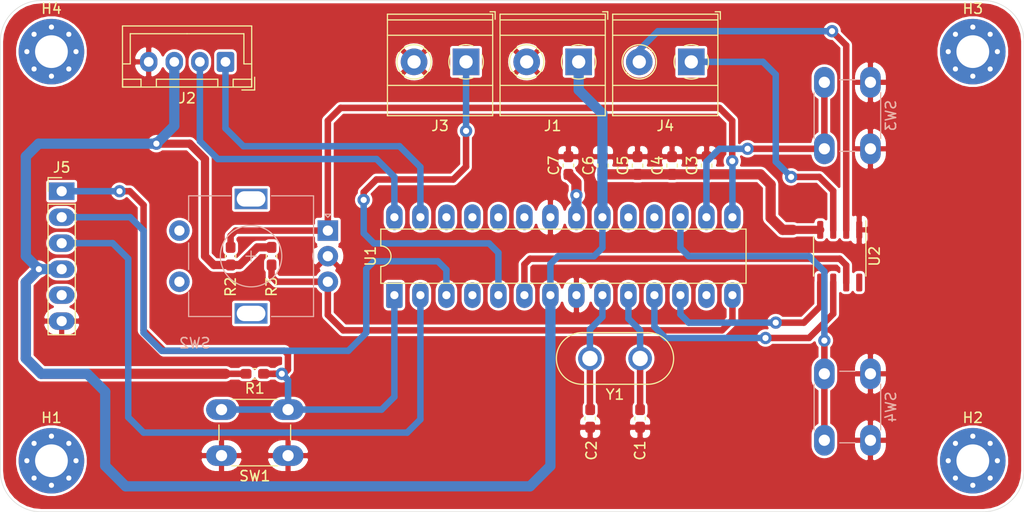
<source format=kicad_pcb>
(kicad_pcb (version 20171130) (host pcbnew "(5.1.10)-1")
  (layers (0 F.Cu signal) (31 B.Cu signal) (34 B.Paste user) (35 F.Paste user) (36 B.SilkS user) (37 F.SilkS user) (38 B.Mask user) (39 F.Mask user) (44 Edge.Cuts user))
  (net 0 "")
  (net 1 /PB7)
  (net 2 GND)
  (net 3 /PB6)
  (net 4 +5V)
  (net 5 /AREF)
  (net 6 /PC4)
  (net 7 /PC5)
  (net 8 /PD3)
  (net 9 /T+)
  (net 10 /T-)
  (net 11 /PC6)
  (net 12 /PD1)
  (net 13 /PD0)
  (net 14 "Net-(J5-Pad5)")
  (net 15 /PB1)
  (net 16 /PB0)
  (net 17 "Net-(SW2-PadS1)")
  (net 18 "Net-(SW2-PadS2)")
  (net 19 /PB2)
  (net 20 /PB3)
  (net 21 /PD2)
  (net 22 /PB4)
  (net 23 /PB5)
  (net 24 /PD4)
  (net 25 /PC0)
  (net 26 /PC1)
  (net 27 /PD5)
  (net 28 /PC2)
  (net 29 /PD6)
  (net 30 /PC3)
  (net 31 /PD7)
  (module Crystal:Crystal_HC50_Vertical (layer F.Cu) (at 162 101 180)
    (fp_text reference Y1 (at 2.45 -3.525) (layer F.SilkS))
    (fp_text value 16MHZ)
    (fp_line (start -0.75 2.525) (end 5.65 2.525) (layer F.SilkS) (width 0.12))
    (fp_line (start -0.75 -2.525) (end 5.65 -2.525) (layer F.SilkS) (width 0.12))
    (fp_arc (start -0.75 0) (end -0.75 -2.525) (angle -180) (layer F.SilkS) (width 0.12))
    (fp_arc (start 5.65 0) (end 5.65 -2.525) (angle 180) (layer F.SilkS) (width 0.12))
    (pad 1 thru_hole circle (at 0 0 180) (size 2.3 2.3) (drill 1.5) (layers *.Cu *.Mask) (net 1 /PB7))
    (pad 2 thru_hole circle (at 4.9 0 180) (size 2.3 2.3) (drill 1.5) (layers *.Cu *.Mask) (net 3 /PB6))
  )
  (module Button_Switch_THT:SW_PUSH_6mm (layer F.Cu) (at 127.6125 110.5 180)
    (fp_text reference SW1 (at 3.25 -2 180) (layer F.SilkS))
    (fp_text value RESET)
    (fp_line (start 6.75 3) (end 6.75 1.5) (layer F.SilkS) (width 0.12))
    (fp_line (start 5.5 -1) (end 1 -1) (layer F.SilkS) (width 0.12))
    (fp_line (start -0.25 1.5) (end -0.25 3) (layer F.SilkS) (width 0.12))
    (fp_line (start 1 5.5) (end 5.5 5.5) (layer F.SilkS) (width 0.12))
    (pad 2 thru_hole oval (at 0 4.5 270) (size 2 3) (drill 1.1) (layers *.Cu *.Mask) (net 11 /PC6))
    (pad 1 thru_hole oval (at 0 0 270) (size 2 3) (drill 1.1) (layers *.Cu *.Mask) (net 2 GND))
    (pad 2 thru_hole oval (at 6.5 4.5 270) (size 2 3) (drill 1.1) (layers *.Cu *.Mask) (net 11 /PC6))
    (pad 1 thru_hole oval (at 6.5 0 270) (size 2 3) (drill 1.1) (layers *.Cu *.Mask) (net 2 GND))
  )
  (module Button_Switch_THT:SW_PUSH_6mm (layer B.Cu) (at 184.5 109 90)
    (fp_text reference SW4 (at 3.25 2 90) (layer B.SilkS) (effects (justify mirror)))
    (fp_text value SW_Push)
    (fp_line (start 6.75 -3) (end 6.75 -1.5) (layer B.SilkS) (width 0.12))
    (fp_line (start 5.5 1) (end 1 1) (layer B.SilkS) (width 0.12))
    (fp_line (start -0.25 -1.5) (end -0.25 -3) (layer B.SilkS) (width 0.12))
    (fp_line (start 1 -5.5) (end 5.5 -5.5) (layer B.SilkS) (width 0.12))
    (pad 2 thru_hole oval (at 0 -4.5) (size 2 3) (drill 1.1) (layers *.Cu *.Mask) (net 20 /PB3))
    (pad 1 thru_hole oval (at 0 0) (size 2 3) (drill 1.1) (layers *.Cu *.Mask) (net 2 GND))
    (pad 2 thru_hole oval (at 6.5 -4.5) (size 2 3) (drill 1.1) (layers *.Cu *.Mask) (net 20 /PB3))
    (pad 1 thru_hole oval (at 6.5 0) (size 2 3) (drill 1.1) (layers *.Cu *.Mask) (net 2 GND))
  )
  (module Connector_PinHeader_2.54mm:PinHeader_1x06_P2.54mm_Vertical (layer F.Cu) (at 105.5 84.65)
    (fp_text reference J5 (at 0 -2.33) (layer F.SilkS))
    (fp_text value PROGRAMMER)
    (fp_line (start -1.33 -1.33) (end 0 -1.33) (layer F.SilkS) (width 0.12))
    (fp_line (start -1.33 0) (end -1.33 -1.33) (layer F.SilkS) (width 0.12))
    (fp_line (start -1.33 1.27) (end 1.33 1.27) (layer F.SilkS) (width 0.12))
    (fp_line (start 1.33 1.27) (end 1.33 14.03) (layer F.SilkS) (width 0.12))
    (fp_line (start -1.33 1.27) (end -1.33 14.03) (layer F.SilkS) (width 0.12))
    (fp_line (start -1.33 14.03) (end 1.33 14.03) (layer F.SilkS) (width 0.12))
    (pad 1 thru_hole rect (at 0 0) (size 2.5 1.7) (drill 1) (layers *.Cu *.Mask) (net 11 /PC6))
    (pad 2 thru_hole oval (at 0 2.54) (size 2.5 1.7) (drill 1) (layers *.Cu *.Mask) (net 12 /PD1))
    (pad 3 thru_hole oval (at 0 5.08) (size 2.5 1.7) (drill 1) (layers *.Cu *.Mask) (net 13 /PD0))
    (pad 4 thru_hole oval (at 0 7.62) (size 2.5 1.7) (drill 1) (layers *.Cu *.Mask) (net 4 +5V))
    (pad 5 thru_hole oval (at 0 10.16) (size 2.5 1.7) (drill 1) (layers *.Cu *.Mask) (net 14 "Net-(J5-Pad5)"))
    (pad 6 thru_hole oval (at 0 12.7) (size 2.5 1.7) (drill 1) (layers *.Cu *.Mask) (net 2 GND))
  )
  (module Button_Switch_THT:SW_PUSH_6mm (layer B.Cu) (at 184.5 80.5 90)
    (fp_text reference SW3 (at 3.25 2 90) (layer B.SilkS) (effects (justify mirror)))
    (fp_text value SW_Push)
    (fp_line (start 1 -5.5) (end 5.5 -5.5) (layer B.SilkS) (width 0.12))
    (fp_line (start -0.25 -1.5) (end -0.25 -3) (layer B.SilkS) (width 0.12))
    (fp_line (start 5.5 1) (end 1 1) (layer B.SilkS) (width 0.12))
    (fp_line (start 6.75 -3) (end 6.75 -1.5) (layer B.SilkS) (width 0.12))
    (pad 1 thru_hole oval (at 6.5 0) (size 2 3) (drill 1.1) (layers *.Cu *.Mask) (net 2 GND))
    (pad 2 thru_hole oval (at 6.5 -4.5) (size 2 3) (drill 1.1) (layers *.Cu *.Mask) (net 19 /PB2))
    (pad 1 thru_hole oval (at 0 0) (size 2 3) (drill 1.1) (layers *.Cu *.Mask) (net 2 GND))
    (pad 2 thru_hole oval (at 0 -4.5) (size 2 3) (drill 1.1) (layers *.Cu *.Mask) (net 19 /PB2))
  )
  (module Package_DIP:DIP-28_W7.62mm (layer F.Cu) (at 138 94.81 90)
    (fp_text reference U1 (at 3.81 -2.33 90) (layer F.SilkS))
    (fp_text value ATmega328-PU)
    (fp_line (start 6.46 -1.33) (end 4.81 -1.33) (layer F.SilkS) (width 0.12))
    (fp_line (start 6.46 34.35) (end 6.46 -1.33) (layer F.SilkS) (width 0.12))
    (fp_line (start 1.16 34.35) (end 6.46 34.35) (layer F.SilkS) (width 0.12))
    (fp_line (start 1.16 -1.33) (end 1.16 34.35) (layer F.SilkS) (width 0.12))
    (fp_line (start 2.81 -1.33) (end 1.16 -1.33) (layer F.SilkS) (width 0.12))
    (fp_arc (start 3.81 -1.33) (end 2.81 -1.33) (angle -180) (layer F.SilkS) (width 0.12))
    (pad 1 thru_hole roundrect (at 0 0 90) (size 2.5 1.6) (drill 0.8) (layers *.Cu *.Mask) (roundrect_rratio 0.125) (net 11 /PC6))
    (pad 15 thru_hole oval (at 7.62 33.02 90) (size 2.5 1.6) (drill 0.8) (layers *.Cu *.Mask) (net 15 /PB1))
    (pad 2 thru_hole oval (at 0 2.54 90) (size 2.5 1.6) (drill 0.8) (layers *.Cu *.Mask) (net 13 /PD0))
    (pad 16 thru_hole oval (at 7.62 30.48 90) (size 2.5 1.6) (drill 0.8) (layers *.Cu *.Mask) (net 19 /PB2))
    (pad 3 thru_hole oval (at 0 5.08 90) (size 2.5 1.6) (drill 0.8) (layers *.Cu *.Mask) (net 12 /PD1))
    (pad 17 thru_hole oval (at 7.62 27.94 90) (size 2.5 1.6) (drill 0.8) (layers *.Cu *.Mask) (net 20 /PB3))
    (pad 4 thru_hole oval (at 0 7.62 90) (size 2.5 1.6) (drill 0.8) (layers *.Cu *.Mask) (net 21 /PD2))
    (pad 18 thru_hole oval (at 7.62 25.4 90) (size 2.5 1.6) (drill 0.8) (layers *.Cu *.Mask) (net 22 /PB4))
    (pad 5 thru_hole oval (at 0 10.16 90) (size 2.5 1.6) (drill 0.8) (layers *.Cu *.Mask) (net 8 /PD3))
    (pad 19 thru_hole oval (at 7.62 22.86 90) (size 2.5 1.6) (drill 0.8) (layers *.Cu *.Mask) (net 23 /PB5))
    (pad 6 thru_hole oval (at 0 12.7 90) (size 2.5 1.6) (drill 0.8) (layers *.Cu *.Mask) (net 24 /PD4))
    (pad 20 thru_hole oval (at 7.62 20.32 90) (size 2.5 1.6) (drill 0.8) (layers *.Cu *.Mask) (net 4 +5V))
    (pad 7 thru_hole oval (at 0 15.24 90) (size 2.5 1.6) (drill 0.8) (layers *.Cu *.Mask) (net 4 +5V))
    (pad 21 thru_hole oval (at 7.62 17.78 90) (size 2.5 1.6) (drill 0.8) (layers *.Cu *.Mask) (net 5 /AREF))
    (pad 8 thru_hole oval (at 0 17.78 90) (size 2.5 1.6) (drill 0.8) (layers *.Cu *.Mask) (net 2 GND))
    (pad 22 thru_hole oval (at 7.62 15.24 90) (size 2.5 1.6) (drill 0.8) (layers *.Cu *.Mask) (net 2 GND))
    (pad 9 thru_hole oval (at 0 20.32 90) (size 2.5 1.6) (drill 0.8) (layers *.Cu *.Mask) (net 3 /PB6))
    (pad 23 thru_hole oval (at 7.62 12.7 90) (size 2.5 1.6) (drill 0.8) (layers *.Cu *.Mask) (net 25 /PC0))
    (pad 10 thru_hole oval (at 0 22.86 90) (size 2.5 1.6) (drill 0.8) (layers *.Cu *.Mask) (net 1 /PB7))
    (pad 24 thru_hole oval (at 7.62 10.16 90) (size 2.5 1.6) (drill 0.8) (layers *.Cu *.Mask) (net 26 /PC1))
    (pad 11 thru_hole oval (at 0 25.4 90) (size 2.5 1.6) (drill 0.8) (layers *.Cu *.Mask) (net 27 /PD5))
    (pad 25 thru_hole oval (at 7.62 7.62 90) (size 2.5 1.6) (drill 0.8) (layers *.Cu *.Mask) (net 28 /PC2))
    (pad 12 thru_hole oval (at 0 27.94 90) (size 2.5 1.6) (drill 0.8) (layers *.Cu *.Mask) (net 29 /PD6))
    (pad 26 thru_hole oval (at 7.62 5.08 90) (size 2.5 1.6) (drill 0.8) (layers *.Cu *.Mask) (net 30 /PC3))
    (pad 13 thru_hole oval (at 0 30.48 90) (size 2.5 1.6) (drill 0.8) (layers *.Cu *.Mask) (net 31 /PD7))
    (pad 27 thru_hole oval (at 7.62 2.54 90) (size 2.5 1.6) (drill 0.8) (layers *.Cu *.Mask) (net 6 /PC4))
    (pad 14 thru_hole oval (at 0 33.02 90) (size 2.5 1.6) (drill 0.8) (layers *.Cu *.Mask) (net 16 /PB0))
    (pad 28 thru_hole oval (at 7.62 0 90) (size 2.5 1.6) (drill 0.8) (layers *.Cu *.Mask) (net 7 /PC5))
  )
  (module Connector_JST:JST_XH_B4B-XH-A_1x04_P2.50mm_Vertical (layer F.Cu) (at 121.5 72 180)
    (fp_text reference J2 (at 3.75 -3.55) (layer F.SilkS))
    (fp_text value DISPLAY)
    (fp_line (start -2.85 -2.75) (end -2.85 -1.5) (layer F.SilkS) (width 0.12))
    (fp_line (start -1.6 -2.75) (end -2.85 -2.75) (layer F.SilkS) (width 0.12))
    (fp_line (start 9.3 2.75) (end 3.75 2.75) (layer F.SilkS) (width 0.12))
    (fp_line (start 9.3 -0.2) (end 9.3 2.75) (layer F.SilkS) (width 0.12))
    (fp_line (start 10.05 -0.2) (end 9.3 -0.2) (layer F.SilkS) (width 0.12))
    (fp_line (start -1.8 2.75) (end 3.75 2.75) (layer F.SilkS) (width 0.12))
    (fp_line (start -1.8 -0.2) (end -1.8 2.75) (layer F.SilkS) (width 0.12))
    (fp_line (start -2.55 -0.2) (end -1.8 -0.2) (layer F.SilkS) (width 0.12))
    (fp_line (start 10.05 -2.45) (end 8.25 -2.45) (layer F.SilkS) (width 0.12))
    (fp_line (start 10.05 -1.7) (end 10.05 -2.45) (layer F.SilkS) (width 0.12))
    (fp_line (start 8.25 -1.7) (end 10.05 -1.7) (layer F.SilkS) (width 0.12))
    (fp_line (start 8.25 -2.45) (end 8.25 -1.7) (layer F.SilkS) (width 0.12))
    (fp_line (start -0.75 -2.45) (end -2.55 -2.45) (layer F.SilkS) (width 0.12))
    (fp_line (start -0.75 -1.7) (end -0.75 -2.45) (layer F.SilkS) (width 0.12))
    (fp_line (start -2.55 -1.7) (end -0.75 -1.7) (layer F.SilkS) (width 0.12))
    (fp_line (start -2.55 -2.45) (end -2.55 -1.7) (layer F.SilkS) (width 0.12))
    (fp_line (start 6.75 -2.45) (end 0.75 -2.45) (layer F.SilkS) (width 0.12))
    (fp_line (start 6.75 -1.7) (end 6.75 -2.45) (layer F.SilkS) (width 0.12))
    (fp_line (start 0.75 -1.7) (end 6.75 -1.7) (layer F.SilkS) (width 0.12))
    (fp_line (start 0.75 -2.45) (end 0.75 -1.7) (layer F.SilkS) (width 0.12))
    (fp_line (start 10.06 -2.46) (end -2.56 -2.46) (layer F.SilkS) (width 0.12))
    (fp_line (start 10.06 3.51) (end 10.06 -2.46) (layer F.SilkS) (width 0.12))
    (fp_line (start -2.56 3.51) (end 10.06 3.51) (layer F.SilkS) (width 0.12))
    (fp_line (start -2.56 -2.46) (end -2.56 3.51) (layer F.SilkS) (width 0.12))
    (pad 4 thru_hole oval (at 7.5 0 180) (size 1.7 1.95) (drill 0.95) (layers *.Cu *.Mask) (net 2 GND))
    (pad 3 thru_hole oval (at 5 0 180) (size 1.7 1.95) (drill 0.95) (layers *.Cu *.Mask) (net 4 +5V))
    (pad 2 thru_hole oval (at 2.5 0 180) (size 1.7 1.95) (drill 0.95) (layers *.Cu *.Mask) (net 7 /PC5))
    (pad 1 thru_hole roundrect (at 0 0 180) (size 1.7 1.95) (drill 0.95) (layers *.Cu *.Mask) (roundrect_rratio 0.1470588235294118) (net 6 /PC4))
  )
  (module MountingHole:MountingHole_3.2mm_M3_Pad_Via (layer F.Cu) (at 104.5 71)
    (fp_text reference H4 (at 0 -4.2) (layer F.SilkS))
    (fp_text value MountingHole)
    (pad 1 thru_hole circle (at 1.697056 -1.697056) (size 0.8 0.8) (drill 0.5) (layers *.Cu *.Mask))
    (pad 1 thru_hole circle (at 0 -2.4) (size 0.8 0.8) (drill 0.5) (layers *.Cu *.Mask))
    (pad 1 thru_hole circle (at -1.697056 -1.697056) (size 0.8 0.8) (drill 0.5) (layers *.Cu *.Mask))
    (pad 1 thru_hole circle (at -2.4 0) (size 0.8 0.8) (drill 0.5) (layers *.Cu *.Mask))
    (pad 1 thru_hole circle (at -1.697056 1.697056) (size 0.8 0.8) (drill 0.5) (layers *.Cu *.Mask))
    (pad 1 thru_hole circle (at 0 2.4) (size 0.8 0.8) (drill 0.5) (layers *.Cu *.Mask))
    (pad 1 thru_hole circle (at 1.697056 1.697056) (size 0.8 0.8) (drill 0.5) (layers *.Cu *.Mask))
    (pad 1 thru_hole circle (at 2.4 0) (size 0.8 0.8) (drill 0.5) (layers *.Cu *.Mask))
    (pad 1 thru_hole circle (at 0 0) (size 6.4 6.4) (drill 3.2) (layers *.Cu *.Mask))
  )
  (module MountingHole:MountingHole_3.2mm_M3_Pad_Via (layer F.Cu) (at 194.5 71)
    (fp_text reference H3 (at 0 -4.2) (layer F.SilkS))
    (fp_text value MountingHole)
    (pad 1 thru_hole circle (at 1.697056 -1.697056) (size 0.8 0.8) (drill 0.5) (layers *.Cu *.Mask))
    (pad 1 thru_hole circle (at 0 -2.4) (size 0.8 0.8) (drill 0.5) (layers *.Cu *.Mask))
    (pad 1 thru_hole circle (at -1.697056 -1.697056) (size 0.8 0.8) (drill 0.5) (layers *.Cu *.Mask))
    (pad 1 thru_hole circle (at -2.4 0) (size 0.8 0.8) (drill 0.5) (layers *.Cu *.Mask))
    (pad 1 thru_hole circle (at -1.697056 1.697056) (size 0.8 0.8) (drill 0.5) (layers *.Cu *.Mask))
    (pad 1 thru_hole circle (at 0 2.4) (size 0.8 0.8) (drill 0.5) (layers *.Cu *.Mask))
    (pad 1 thru_hole circle (at 1.697056 1.697056) (size 0.8 0.8) (drill 0.5) (layers *.Cu *.Mask))
    (pad 1 thru_hole circle (at 2.4 0) (size 0.8 0.8) (drill 0.5) (layers *.Cu *.Mask))
    (pad 1 thru_hole circle (at 0 0) (size 6.4 6.4) (drill 3.2) (layers *.Cu *.Mask))
  )
  (module MountingHole:MountingHole_3.2mm_M3_Pad_Via (layer F.Cu) (at 194.5 111)
    (fp_text reference H2 (at 0 -4.2) (layer F.SilkS))
    (fp_text value MountingHole)
    (pad 1 thru_hole circle (at 1.697056 -1.697056) (size 0.8 0.8) (drill 0.5) (layers *.Cu *.Mask))
    (pad 1 thru_hole circle (at 0 -2.4) (size 0.8 0.8) (drill 0.5) (layers *.Cu *.Mask))
    (pad 1 thru_hole circle (at -1.697056 -1.697056) (size 0.8 0.8) (drill 0.5) (layers *.Cu *.Mask))
    (pad 1 thru_hole circle (at -2.4 0) (size 0.8 0.8) (drill 0.5) (layers *.Cu *.Mask))
    (pad 1 thru_hole circle (at -1.697056 1.697056) (size 0.8 0.8) (drill 0.5) (layers *.Cu *.Mask))
    (pad 1 thru_hole circle (at 0 2.4) (size 0.8 0.8) (drill 0.5) (layers *.Cu *.Mask))
    (pad 1 thru_hole circle (at 1.697056 1.697056) (size 0.8 0.8) (drill 0.5) (layers *.Cu *.Mask))
    (pad 1 thru_hole circle (at 2.4 0) (size 0.8 0.8) (drill 0.5) (layers *.Cu *.Mask))
    (pad 1 thru_hole circle (at 0 0) (size 6.4 6.4) (drill 3.2) (layers *.Cu *.Mask))
  )
  (module MountingHole:MountingHole_3.2mm_M3_Pad_Via (layer F.Cu) (at 104.5 111)
    (fp_text reference H1 (at 0 -4.2) (layer F.SilkS))
    (fp_text value MountingHole)
    (pad 1 thru_hole circle (at 1.697056 -1.697056) (size 0.8 0.8) (drill 0.5) (layers *.Cu *.Mask))
    (pad 1 thru_hole circle (at 0 -2.4) (size 0.8 0.8) (drill 0.5) (layers *.Cu *.Mask))
    (pad 1 thru_hole circle (at -1.697056 -1.697056) (size 0.8 0.8) (drill 0.5) (layers *.Cu *.Mask))
    (pad 1 thru_hole circle (at -2.4 0) (size 0.8 0.8) (drill 0.5) (layers *.Cu *.Mask))
    (pad 1 thru_hole circle (at -1.697056 1.697056) (size 0.8 0.8) (drill 0.5) (layers *.Cu *.Mask))
    (pad 1 thru_hole circle (at 0 2.4) (size 0.8 0.8) (drill 0.5) (layers *.Cu *.Mask))
    (pad 1 thru_hole circle (at 1.697056 1.697056) (size 0.8 0.8) (drill 0.5) (layers *.Cu *.Mask))
    (pad 1 thru_hole circle (at 2.4 0) (size 0.8 0.8) (drill 0.5) (layers *.Cu *.Mask))
    (pad 1 thru_hole circle (at 0 0) (size 6.4 6.4) (drill 3.2) (layers *.Cu *.Mask))
  )
  (module Capacitor_SMD:C_0603_1608Metric_Pad1.08x0.95mm_HandSolder (layer F.Cu) (at 162 106.8625 270)
    (fp_text reference C1 (at 3.1375 0 90) (layer F.SilkS))
    (fp_text value 22p)
    (fp_line (start -0.146267 0.51) (end 0.146267 0.51) (layer F.SilkS) (width 0.12))
    (fp_line (start -0.146267 -0.51) (end 0.146267 -0.51) (layer F.SilkS) (width 0.12))
    (pad 1 smd roundrect (at -0.8625 0 270) (size 1.075 0.95) (layers F.Cu F.Paste F.Mask) (net 1 /PB7))
    (pad 2 smd roundrect (at 0.8625 0 270) (size 1.075 0.95) (layers F.Cu F.Paste F.Mask) (net 2 GND))
  )
  (module Capacitor_SMD:C_0603_1608Metric_Pad1.08x0.95mm_HandSolder (layer F.Cu) (at 157.125 106.8625 270)
    (fp_text reference C2 (at 3.1375 -0.125 90) (layer F.SilkS))
    (fp_text value 22p)
    (fp_line (start -0.146267 -0.51) (end 0.146267 -0.51) (layer F.SilkS) (width 0.12))
    (fp_line (start -0.146267 0.51) (end 0.146267 0.51) (layer F.SilkS) (width 0.12))
    (pad 2 smd roundrect (at 0.8625 0 270) (size 1.075 0.95) (layers F.Cu F.Paste F.Mask) (net 2 GND))
    (pad 1 smd roundrect (at -0.8625 0 270) (size 1.075 0.95) (layers F.Cu F.Paste F.Mask) (net 3 /PB6))
  )
  (module Capacitor_SMD:C_0603_1608Metric_Pad1.08x0.95mm_HandSolder (layer F.Cu) (at 168.5 82.1375 90)
    (fp_text reference C3 (at 0 -1.43 90) (layer F.SilkS))
    (fp_text value 100n)
    (fp_line (start -0.146267 0.51) (end 0.146267 0.51) (layer F.SilkS) (width 0.12))
    (fp_line (start -0.146267 -0.51) (end 0.146267 -0.51) (layer F.SilkS) (width 0.12))
    (pad 1 smd roundrect (at -0.8625 0 90) (size 1.075 0.95) (layers F.Cu F.Paste F.Mask) (net 4 +5V))
    (pad 2 smd roundrect (at 0.8625 0 90) (size 1.075 0.95) (layers F.Cu F.Paste F.Mask) (net 2 GND))
  )
  (module Capacitor_SMD:C_0603_1608Metric_Pad1.08x0.95mm_HandSolder (layer F.Cu) (at 165.125 82.1375 90)
    (fp_text reference C4 (at 0 -1.43 90) (layer F.SilkS))
    (fp_text value 100n)
    (fp_line (start -0.146267 -0.51) (end 0.146267 -0.51) (layer F.SilkS) (width 0.12))
    (fp_line (start -0.146267 0.51) (end 0.146267 0.51) (layer F.SilkS) (width 0.12))
    (pad 2 smd roundrect (at 0.8625 0 90) (size 1.075 0.95) (layers F.Cu F.Paste F.Mask) (net 2 GND))
    (pad 1 smd roundrect (at -0.8625 0 90) (size 1.075 0.95) (layers F.Cu F.Paste F.Mask) (net 4 +5V))
  )
  (module Capacitor_SMD:C_0603_1608Metric_Pad1.08x0.95mm_HandSolder (layer F.Cu) (at 161.75 82.1375 90)
    (fp_text reference C5 (at 0 -1.43 90) (layer F.SilkS))
    (fp_text value 100n)
    (fp_line (start -0.146267 0.51) (end 0.146267 0.51) (layer F.SilkS) (width 0.12))
    (fp_line (start -0.146267 -0.51) (end 0.146267 -0.51) (layer F.SilkS) (width 0.12))
    (pad 1 smd roundrect (at -0.8625 0 90) (size 1.075 0.95) (layers F.Cu F.Paste F.Mask) (net 4 +5V))
    (pad 2 smd roundrect (at 0.8625 0 90) (size 1.075 0.95) (layers F.Cu F.Paste F.Mask) (net 2 GND))
  )
  (module Capacitor_SMD:C_0603_1608Metric_Pad1.08x0.95mm_HandSolder (layer F.Cu) (at 158.375 82.1375 90)
    (fp_text reference C6 (at 0 -1.43 90) (layer F.SilkS))
    (fp_text value 100n)
    (fp_line (start -0.146267 -0.51) (end 0.146267 -0.51) (layer F.SilkS) (width 0.12))
    (fp_line (start -0.146267 0.51) (end 0.146267 0.51) (layer F.SilkS) (width 0.12))
    (pad 2 smd roundrect (at 0.8625 0 90) (size 1.075 0.95) (layers F.Cu F.Paste F.Mask) (net 2 GND))
    (pad 1 smd roundrect (at -0.8625 0 90) (size 1.075 0.95) (layers F.Cu F.Paste F.Mask) (net 4 +5V))
  )
  (module Capacitor_SMD:C_0603_1608Metric_Pad1.08x0.95mm_HandSolder (layer F.Cu) (at 155 82.1375 90)
    (fp_text reference C7 (at 0 -1.43 90) (layer F.SilkS))
    (fp_text value 100n)
    (fp_line (start -0.146267 0.51) (end 0.146267 0.51) (layer F.SilkS) (width 0.12))
    (fp_line (start -0.146267 -0.51) (end 0.146267 -0.51) (layer F.SilkS) (width 0.12))
    (pad 1 smd roundrect (at -0.8625 0 90) (size 1.075 0.95) (layers F.Cu F.Paste F.Mask) (net 5 /AREF))
    (pad 2 smd roundrect (at 0.8625 0 90) (size 1.075 0.95) (layers F.Cu F.Paste F.Mask) (net 2 GND))
  )
  (module TerminalBlock_Phoenix:TerminalBlock_Phoenix_MKDS-1,5-2-5.08_1x02_P5.08mm_Horizontal (layer F.Cu) (at 156 72 180)
    (fp_text reference J1 (at 2.54 -6.26) (layer F.SilkS))
    (fp_text value POWER)
    (fp_line (start -2.84 4.9) (end -2.34 4.9) (layer F.SilkS) (width 0.12))
    (fp_line (start -2.84 4.16) (end -2.84 4.9) (layer F.SilkS) (width 0.12))
    (fp_line (start 3.853 1.023) (end 3.806 1.069) (layer F.SilkS) (width 0.12))
    (fp_line (start 6.15 -1.275) (end 6.115 -1.239) (layer F.SilkS) (width 0.12))
    (fp_line (start 4.046 1.239) (end 4.011 1.274) (layer F.SilkS) (width 0.12))
    (fp_line (start 6.355 -1.069) (end 6.308 -1.023) (layer F.SilkS) (width 0.12))
    (fp_line (start 7.68 -5.261) (end 7.68 4.66) (layer F.SilkS) (width 0.12))
    (fp_line (start -2.6 -5.261) (end -2.6 4.66) (layer F.SilkS) (width 0.12))
    (fp_line (start -2.6 4.66) (end 7.68 4.66) (layer F.SilkS) (width 0.12))
    (fp_line (start -2.6 -5.261) (end 7.68 -5.261) (layer F.SilkS) (width 0.12))
    (fp_line (start -2.6 -2.301) (end 7.68 -2.301) (layer F.SilkS) (width 0.12))
    (fp_line (start -2.6 2.6) (end 7.68 2.6) (layer F.SilkS) (width 0.12))
    (fp_line (start -2.6 4.1) (end 7.68 4.1) (layer F.SilkS) (width 0.12))
    (fp_circle (center 5.08 0) (end 6.76 0) (layer F.SilkS) (width 0.12))
    (fp_arc (start 0 0) (end 0 1.68) (angle -24) (layer F.SilkS) (width 0.12))
    (fp_arc (start 0 0) (end 1.535 0.684) (angle -48) (layer F.SilkS) (width 0.12))
    (fp_arc (start 0 0) (end 0.684 -1.535) (angle -48) (layer F.SilkS) (width 0.12))
    (fp_arc (start 0 0) (end -1.535 -0.684) (angle -48) (layer F.SilkS) (width 0.12))
    (fp_arc (start 0 0) (end -0.684 1.535) (angle -25) (layer F.SilkS) (width 0.12))
    (pad 1 thru_hole rect (at 0 0 180) (size 2.6 2.6) (drill 1.3) (layers *.Cu *.Mask) (net 4 +5V))
    (pad 2 thru_hole circle (at 5.08 0 180) (size 2.6 2.6) (drill 1.3) (layers *.Cu *.Mask) (net 2 GND))
  )
  (module TerminalBlock_Phoenix:TerminalBlock_Phoenix_MKDS-1,5-2-5.08_1x02_P5.08mm_Horizontal (layer F.Cu) (at 145 72 180)
    (fp_text reference J3 (at 2.54 -6.26) (layer F.SilkS))
    (fp_text value RELAY)
    (fp_circle (center 5.08 0) (end 6.76 0) (layer F.SilkS) (width 0.12))
    (fp_line (start -2.6 4.1) (end 7.68 4.1) (layer F.SilkS) (width 0.12))
    (fp_line (start -2.6 2.6) (end 7.68 2.6) (layer F.SilkS) (width 0.12))
    (fp_line (start -2.6 -2.301) (end 7.68 -2.301) (layer F.SilkS) (width 0.12))
    (fp_line (start -2.6 -5.261) (end 7.68 -5.261) (layer F.SilkS) (width 0.12))
    (fp_line (start -2.6 4.66) (end 7.68 4.66) (layer F.SilkS) (width 0.12))
    (fp_line (start -2.6 -5.261) (end -2.6 4.66) (layer F.SilkS) (width 0.12))
    (fp_line (start 7.68 -5.261) (end 7.68 4.66) (layer F.SilkS) (width 0.12))
    (fp_line (start 6.355 -1.069) (end 6.308 -1.023) (layer F.SilkS) (width 0.12))
    (fp_line (start 4.046 1.239) (end 4.011 1.274) (layer F.SilkS) (width 0.12))
    (fp_line (start 6.15 -1.275) (end 6.115 -1.239) (layer F.SilkS) (width 0.12))
    (fp_line (start 3.853 1.023) (end 3.806 1.069) (layer F.SilkS) (width 0.12))
    (fp_line (start -2.84 4.16) (end -2.84 4.9) (layer F.SilkS) (width 0.12))
    (fp_line (start -2.84 4.9) (end -2.34 4.9) (layer F.SilkS) (width 0.12))
    (fp_arc (start 0 0) (end -0.684 1.535) (angle -25) (layer F.SilkS) (width 0.12))
    (fp_arc (start 0 0) (end -1.535 -0.684) (angle -48) (layer F.SilkS) (width 0.12))
    (fp_arc (start 0 0) (end 0.684 -1.535) (angle -48) (layer F.SilkS) (width 0.12))
    (fp_arc (start 0 0) (end 1.535 0.684) (angle -48) (layer F.SilkS) (width 0.12))
    (fp_arc (start 0 0) (end 0 1.68) (angle -24) (layer F.SilkS) (width 0.12))
    (pad 2 thru_hole circle (at 5.08 0 180) (size 2.6 2.6) (drill 1.3) (layers *.Cu *.Mask) (net 2 GND))
    (pad 1 thru_hole rect (at 0 0 180) (size 2.6 2.6) (drill 1.3) (layers *.Cu *.Mask) (net 8 /PD3))
  )
  (module TerminalBlock_Phoenix:TerminalBlock_Phoenix_MKDS-1,5-2-5.08_1x02_P5.08mm_Horizontal (layer F.Cu) (at 167 72 180)
    (fp_text reference J4 (at 2.54 -6.26) (layer F.SilkS))
    (fp_text value TEMP_SENS)
    (fp_line (start -2.84 4.9) (end -2.34 4.9) (layer F.SilkS) (width 0.12))
    (fp_line (start -2.84 4.16) (end -2.84 4.9) (layer F.SilkS) (width 0.12))
    (fp_line (start 3.853 1.023) (end 3.806 1.069) (layer F.SilkS) (width 0.12))
    (fp_line (start 6.15 -1.275) (end 6.115 -1.239) (layer F.SilkS) (width 0.12))
    (fp_line (start 4.046 1.239) (end 4.011 1.274) (layer F.SilkS) (width 0.12))
    (fp_line (start 6.355 -1.069) (end 6.308 -1.023) (layer F.SilkS) (width 0.12))
    (fp_line (start 7.68 -5.261) (end 7.68 4.66) (layer F.SilkS) (width 0.12))
    (fp_line (start -2.6 -5.261) (end -2.6 4.66) (layer F.SilkS) (width 0.12))
    (fp_line (start -2.6 4.66) (end 7.68 4.66) (layer F.SilkS) (width 0.12))
    (fp_line (start -2.6 -5.261) (end 7.68 -5.261) (layer F.SilkS) (width 0.12))
    (fp_line (start -2.6 -2.301) (end 7.68 -2.301) (layer F.SilkS) (width 0.12))
    (fp_line (start -2.6 2.6) (end 7.68 2.6) (layer F.SilkS) (width 0.12))
    (fp_line (start -2.6 4.1) (end 7.68 4.1) (layer F.SilkS) (width 0.12))
    (fp_circle (center 5.08 0) (end 6.76 0) (layer F.SilkS) (width 0.12))
    (fp_arc (start 0 0) (end 0 1.68) (angle -24) (layer F.SilkS) (width 0.12))
    (fp_arc (start 0 0) (end 1.535 0.684) (angle -48) (layer F.SilkS) (width 0.12))
    (fp_arc (start 0 0) (end 0.684 -1.535) (angle -48) (layer F.SilkS) (width 0.12))
    (fp_arc (start 0 0) (end -1.535 -0.684) (angle -48) (layer F.SilkS) (width 0.12))
    (fp_arc (start 0 0) (end -0.684 1.535) (angle -25) (layer F.SilkS) (width 0.12))
    (pad 1 thru_hole rect (at 0 0 180) (size 2.6 2.6) (drill 1.3) (layers *.Cu *.Mask) (net 9 /T+))
    (pad 2 thru_hole circle (at 5.08 0 180) (size 2.6 2.6) (drill 1.3) (layers *.Cu *.Mask) (net 10 /T-))
  )
  (module Capacitor_SMD:C_0603_1608Metric_Pad1.08x0.95mm_HandSolder (layer F.Cu) (at 124.3625 102.5 180)
    (fp_text reference R1 (at 0 -1.43) (layer F.SilkS))
    (fp_text value 10K)
    (fp_line (start -0.146267 -0.51) (end 0.146267 -0.51) (layer F.SilkS) (width 0.12))
    (fp_line (start -0.146267 0.51) (end 0.146267 0.51) (layer F.SilkS) (width 0.12))
    (pad 2 smd roundrect (at 0.8625 0 180) (size 1.075 0.95) (layers F.Cu F.Paste F.Mask) (net 4 +5V))
    (pad 1 smd roundrect (at -0.8625 0 180) (size 1.075 0.95) (layers F.Cu F.Paste F.Mask) (net 11 /PC6))
  )
  (module Capacitor_SMD:C_0603_1608Metric_Pad1.08x0.95mm_HandSolder (layer F.Cu) (at 122 91 270)
    (fp_text reference R2 (at 3 0 90) (layer F.SilkS))
    (fp_text value 10K)
    (fp_line (start -0.146267 -0.51) (end 0.146267 -0.51) (layer F.SilkS) (width 0.12))
    (fp_line (start -0.146267 0.51) (end 0.146267 0.51) (layer F.SilkS) (width 0.12))
    (pad 2 smd roundrect (at 0.8625 0 270) (size 1.075 0.95) (layers F.Cu F.Paste F.Mask) (net 4 +5V))
    (pad 1 smd roundrect (at -0.8625 0 270) (size 1.075 0.95) (layers F.Cu F.Paste F.Mask) (net 15 /PB1))
  )
  (module Capacitor_SMD:C_0603_1608Metric_Pad1.08x0.95mm_HandSolder (layer F.Cu) (at 126 91 90)
    (fp_text reference R3 (at -3 0 90) (layer F.SilkS))
    (fp_text value 10K)
    (fp_line (start -0.146267 0.51) (end 0.146267 0.51) (layer F.SilkS) (width 0.12))
    (fp_line (start -0.146267 -0.51) (end 0.146267 -0.51) (layer F.SilkS) (width 0.12))
    (pad 1 smd roundrect (at -0.8625 0 90) (size 1.075 0.95) (layers F.Cu F.Paste F.Mask) (net 16 /PB0))
    (pad 2 smd roundrect (at 0.8625 0 90) (size 1.075 0.95) (layers F.Cu F.Paste F.Mask) (net 4 +5V))
  )
  (module Rotary_Encoder:RotaryEncoder_Alps_EC11E-Switch_Vertical_H20mm (layer B.Cu) (at 131.5 88.5 180)
    (fp_text reference SW2 (at 13 -11 180) (layer B.SilkS) (effects (justify mirror)))
    (fp_text value ENCODER)
    (fp_circle (center 7.5 -2.5) (end 10.5 -2.5) (layer B.SilkS) (width 0.12))
    (fp_line (start 9.5 3.4) (end 13.6 3.4) (layer B.SilkS) (width 0.12))
    (fp_line (start 13.6 -8.4) (end 9.5 -8.4) (layer B.SilkS) (width 0.12))
    (fp_line (start 5.5 -8.4) (end 1.4 -8.4) (layer B.SilkS) (width 0.12))
    (fp_line (start 5.5 3.4) (end 1.4 3.4) (layer B.SilkS) (width 0.12))
    (fp_line (start 1.4 3.4) (end 1.4 -8.4) (layer B.SilkS) (width 0.12))
    (fp_line (start 0 1.3) (end -0.3 1.6) (layer B.SilkS) (width 0.12))
    (fp_line (start -0.3 1.6) (end 0.3 1.6) (layer B.SilkS) (width 0.12))
    (fp_line (start 0.3 1.6) (end 0 1.3) (layer B.SilkS) (width 0.12))
    (fp_line (start 13.6 3.4) (end 13.6 1) (layer B.SilkS) (width 0.12))
    (fp_line (start 13.6 -1.2) (end 13.6 -3.8) (layer B.SilkS) (width 0.12))
    (fp_line (start 13.6 -6) (end 13.6 -8.4) (layer B.SilkS) (width 0.12))
    (fp_line (start 7.5 -2) (end 7.5 -3) (layer B.SilkS) (width 0.12))
    (fp_line (start 7 -2.5) (end 8 -2.5) (layer B.SilkS) (width 0.12))
    (pad S1 thru_hole circle (at 14.5 -5 180) (size 2 2) (drill 1) (layers *.Cu *.Mask) (net 17 "Net-(SW2-PadS1)"))
    (pad S2 thru_hole circle (at 14.5 0 180) (size 2 2) (drill 1) (layers *.Cu *.Mask) (net 18 "Net-(SW2-PadS2)"))
    (pad MP thru_hole rect (at 7.5 -8.1 180) (size 3.2 2) (drill oval 2.8 1.5) (layers *.Cu *.Mask))
    (pad MP thru_hole rect (at 7.5 3.1 180) (size 3.2 2) (drill oval 2.8 1.5) (layers *.Cu *.Mask))
    (pad B thru_hole circle (at 0 -5 180) (size 2 2) (drill 1) (layers *.Cu *.Mask) (net 16 /PB0))
    (pad C thru_hole circle (at 0 -2.5 180) (size 2 2) (drill 1) (layers *.Cu *.Mask) (net 2 GND))
    (pad A thru_hole rect (at 0 0 180) (size 2 2) (drill 1) (layers *.Cu *.Mask) (net 15 /PB1))
  )
  (module Package_SO:SO-8_3.9x4.9mm_P1.27mm (layer F.Cu) (at 181.5 91 270)
    (fp_text reference U2 (at 0 -3.4 90) (layer F.SilkS))
    (fp_text value MAX6675)
    (fp_line (start 0 2.56) (end 1.95 2.56) (layer F.SilkS) (width 0.12))
    (fp_line (start 0 2.56) (end -1.95 2.56) (layer F.SilkS) (width 0.12))
    (fp_line (start 0 -2.56) (end 1.95 -2.56) (layer F.SilkS) (width 0.12))
    (fp_line (start 0 -2.56) (end -3.45 -2.56) (layer F.SilkS) (width 0.12))
    (pad 8 smd roundrect (at 2.575 -1.905 270) (size 1.75 0.6) (layers F.Cu F.Paste F.Mask))
    (pad 7 smd roundrect (at 2.575 -0.635 270) (size 1.75 0.6) (layers F.Cu F.Paste F.Mask) (net 24 /PD4))
    (pad 6 smd roundrect (at 2.575 0.635 270) (size 1.75 0.6) (layers F.Cu F.Paste F.Mask) (net 27 /PD5))
    (pad 5 smd roundrect (at 2.575 1.905 270) (size 1.75 0.6) (layers F.Cu F.Paste F.Mask) (net 29 /PD6))
    (pad 4 smd roundrect (at -2.575 1.905 270) (size 1.75 0.6) (layers F.Cu F.Paste F.Mask) (net 4 +5V))
    (pad 3 smd roundrect (at -2.575 0.635 270) (size 1.75 0.6) (layers F.Cu F.Paste F.Mask) (net 9 /T+))
    (pad 2 smd roundrect (at -2.575 -0.635 270) (size 1.75 0.6) (layers F.Cu F.Paste F.Mask) (net 10 /T-))
    (pad 1 smd roundrect (at -2.575 -1.905 270) (size 1.75 0.6) (layers F.Cu F.Paste F.Mask) (net 2 GND))
  )
  (gr_line (start 103.5 116) (end 195.5 116) (layer Edge.Cuts) (width 0.05))
  (gr_line (start 195.5 66) (end 103.5 66) (layer Edge.Cuts) (width 0.05))
  (gr_line (start 199.5 112) (end 199.5 70) (layer Edge.Cuts) (width 0.05))
  (gr_line (start 99.5 70) (end 99.5 112) (layer Edge.Cuts) (width 0.05))
  (gr_arc (start 103.5 70) (end 103.5 66) (angle -90) (layer Edge.Cuts) (width 0.05))
  (gr_arc (start 195.5 70) (end 199.5 70) (angle -90) (layer Edge.Cuts) (width 0.05))
  (gr_arc (start 195.5 112) (end 195.5 116) (angle -90) (layer Edge.Cuts) (width 0.05))
  (gr_arc (start 103.5 112) (end 99.5 112) (angle -90) (layer Edge.Cuts) (width 0.05))
  (segment (start 160.86 94.81) (end 160.86 97.11) (width 0.635) (layer B.Cu) (net 1))
  (segment (start 162 98.25) (end 162 101) (width 0.635) (layer B.Cu) (net 1))
  (segment (start 160.86 97.11) (end 162 98.25) (width 0.635) (layer B.Cu) (net 1))
  (segment (start 162 106) (end 162 101) (width 0.635) (layer F.Cu) (net 1))
  (segment (start 158.32 94.81) (end 158.32 96.93) (width 0.635) (layer B.Cu) (net 3))
  (segment (start 157.1 98.15) (end 157.1 101) (width 0.635) (layer B.Cu) (net 3))
  (segment (start 158.32 96.93) (end 157.1 98.15) (width 0.635) (layer B.Cu) (net 3))
  (segment (start 157.1 105.975) (end 157.125 106) (width 0.635) (layer F.Cu) (net 3))
  (segment (start 157.1 101) (end 157.1 105.975) (width 0.635) (layer F.Cu) (net 3))
  (segment (start 158.375 83) (end 161.75 83) (width 1) (layer F.Cu) (net 4))
  (segment (start 161.75 83) (end 165.125 83) (width 1) (layer F.Cu) (net 4))
  (segment (start 165.125 83) (end 168.5 83) (width 1) (layer F.Cu) (net 4))
  (segment (start 158.32 83.055) (end 158.375 83) (width 1) (layer F.Cu) (net 4))
  (segment (start 157.5 91) (end 154 91) (width 0.635) (layer B.Cu) (net 4))
  (segment (start 158.32 87.19) (end 158.32 90.18) (width 0.635) (layer B.Cu) (net 4))
  (segment (start 153.24 91.76) (end 154 91) (width 0.635) (layer B.Cu) (net 4))
  (segment (start 158.32 90.18) (end 157.5 91) (width 0.635) (layer B.Cu) (net 4))
  (segment (start 153.24 94.81) (end 153.24 91.76) (width 0.635) (layer B.Cu) (net 4))
  (segment (start 179.595 88.425) (end 176.925 88.425) (width 0.8) (layer F.Cu) (net 4))
  (segment (start 175.925 88.425) (end 176.925 88.425) (width 1) (layer F.Cu) (net 4))
  (segment (start 174.75 87.25) (end 175.925 88.425) (width 1) (layer F.Cu) (net 4))
  (segment (start 174.75 84) (end 174.75 87.25) (width 1) (layer F.Cu) (net 4))
  (segment (start 173.75 83) (end 174.75 84) (width 1) (layer F.Cu) (net 4))
  (segment (start 168.5 83) (end 173.75 83) (width 1) (layer F.Cu) (net 4))
  (segment (start 105.5 92.27) (end 103.27 92.27) (width 1) (layer B.Cu) (net 4))
  (segment (start 103.27 92.27) (end 102 91) (width 1) (layer B.Cu) (net 4))
  (segment (start 102 91) (end 102 81.25) (width 1) (layer B.Cu) (net 4))
  (segment (start 102 81.25) (end 103.25 80) (width 1) (layer B.Cu) (net 4))
  (segment (start 103.25 80) (end 114.75 80) (width 1) (layer B.Cu) (net 4))
  (segment (start 116.5 78.25) (end 116.5 72) (width 1) (layer B.Cu) (net 4))
  (segment (start 114.75 80) (end 116.5 78.25) (width 1) (layer B.Cu) (net 4))
  (segment (start 123.5 102.5) (end 121.5 102.5) (width 0.635) (layer F.Cu) (net 4))
  (segment (start 121.5 102.5) (end 103.5 102.5) (width 1) (layer F.Cu) (net 4))
  (segment (start 103.5 102.5) (end 102 101) (width 1) (layer F.Cu) (net 4))
  (via (at 103.27 92.27) (size 1.2) (drill 0.6) (layers F.Cu B.Cu) (net 4))
  (segment (start 102 93.54) (end 103.27 92.27) (width 1) (layer F.Cu) (net 4))
  (segment (start 102 101) (end 102 93.54) (width 1) (layer F.Cu) (net 4))
  (segment (start 126 90.1375) (end 124.6125 90.1375) (width 0.8) (layer F.Cu) (net 4))
  (segment (start 122.8875 91.8625) (end 122 91.8625) (width 0.8) (layer F.Cu) (net 4))
  (segment (start 124.6125 90.1375) (end 122.8875 91.8625) (width 0.8) (layer F.Cu) (net 4))
  (segment (start 122 91.8625) (end 120.3625 91.8625) (width 0.8) (layer F.Cu) (net 4))
  (segment (start 120.3625 91.8625) (end 119.5 91) (width 0.8) (layer F.Cu) (net 4))
  (segment (start 119.5 91) (end 119.5 81.5) (width 0.8) (layer F.Cu) (net 4))
  (via (at 114.75 80) (size 1.2) (drill 0.6) (layers F.Cu B.Cu) (net 4))
  (segment (start 118 80) (end 114.75 80) (width 0.8) (layer F.Cu) (net 4))
  (segment (start 119.5 81.5) (end 118 80) (width 0.8) (layer F.Cu) (net 4))
  (segment (start 156 72) (end 156 74.75) (width 1) (layer B.Cu) (net 4))
  (segment (start 158.32 77.07) (end 158.32 87.19) (width 1) (layer B.Cu) (net 4))
  (segment (start 156 74.75) (end 158.32 77.07) (width 1) (layer B.Cu) (net 4))
  (segment (start 102 93.54) (end 103.27 92.27) (width 1) (layer B.Cu) (net 4))
  (segment (start 103.5 102.5) (end 102 101) (width 1) (layer B.Cu) (net 4))
  (segment (start 102 101) (end 102 93.54) (width 1) (layer B.Cu) (net 4))
  (segment (start 109.75 111.5) (end 109.75 104.25) (width 1) (layer B.Cu) (net 4))
  (segment (start 109.75 104.25) (end 108 102.5) (width 1) (layer B.Cu) (net 4))
  (segment (start 151.25 113.5) (end 111.75 113.5) (width 1) (layer B.Cu) (net 4))
  (segment (start 108 102.5) (end 103.5 102.5) (width 1) (layer B.Cu) (net 4))
  (segment (start 111.75 113.5) (end 109.75 111.5) (width 1) (layer B.Cu) (net 4))
  (segment (start 153.24 111.51) (end 151.25 113.5) (width 1) (layer B.Cu) (net 4))
  (segment (start 153.24 94.81) (end 153.24 111.51) (width 1) (layer B.Cu) (net 4))
  (segment (start 155.78 87.19) (end 155.78 85.03) (width 1) (layer B.Cu) (net 5))
  (via (at 155.78 85.03) (size 1.2) (drill 0.6) (layers F.Cu B.Cu) (net 5))
  (segment (start 155.78 83.78) (end 155 83) (width 1) (layer F.Cu) (net 5))
  (segment (start 155.78 85.03) (end 155.78 83.78) (width 1) (layer F.Cu) (net 5))
  (segment (start 121.5 72) (end 121.5 78.5) (width 0.635) (layer B.Cu) (net 6))
  (segment (start 121.5 78.5) (end 123.25 80.25) (width 0.635) (layer B.Cu) (net 6))
  (segment (start 123.25 80.25) (end 138.5 80.25) (width 0.635) (layer B.Cu) (net 6))
  (segment (start 140.54 82.29) (end 140.54 87.19) (width 0.635) (layer B.Cu) (net 6))
  (segment (start 138.5 80.25) (end 140.54 82.29) (width 0.635) (layer B.Cu) (net 6))
  (segment (start 119 72) (end 119 79.75) (width 0.635) (layer B.Cu) (net 7))
  (segment (start 119 79.75) (end 120.75 81.5) (width 0.635) (layer B.Cu) (net 7))
  (segment (start 120.75 81.5) (end 136.25 81.5) (width 0.635) (layer B.Cu) (net 7))
  (segment (start 138 83.25) (end 138 87.19) (width 0.635) (layer B.Cu) (net 7))
  (segment (start 136.25 81.5) (end 138 83.25) (width 0.635) (layer B.Cu) (net 7))
  (segment (start 145 72) (end 145 78.75) (width 0.635) (layer B.Cu) (net 8))
  (via (at 145 78.75) (size 1.2) (drill 0.6) (layers F.Cu B.Cu) (net 8))
  (segment (start 148.16 94.81) (end 148.16 90.66) (width 0.635) (layer B.Cu) (net 8))
  (segment (start 148.16 90.66) (end 147.25 89.75) (width 0.635) (layer B.Cu) (net 8))
  (segment (start 147.25 89.75) (end 136 89.75) (width 0.635) (layer B.Cu) (net 8))
  (segment (start 136 89.75) (end 135 88.75) (width 0.635) (layer B.Cu) (net 8))
  (via (at 135 85.5) (size 1.2) (drill 0.6) (layers F.Cu B.Cu) (net 8))
  (segment (start 135 88.75) (end 135 85.5) (width 0.635) (layer B.Cu) (net 8))
  (segment (start 145 82.25) (end 145 78.75) (width 0.635) (layer F.Cu) (net 8))
  (segment (start 143.75 83.5) (end 145 82.25) (width 0.635) (layer F.Cu) (net 8))
  (segment (start 136.25 83.5) (end 143.75 83.5) (width 0.635) (layer F.Cu) (net 8))
  (segment (start 135 84.75) (end 136.25 83.5) (width 0.635) (layer F.Cu) (net 8))
  (segment (start 135 85.5) (end 135 84.75) (width 0.635) (layer F.Cu) (net 8))
  (segment (start 180.865 88.425) (end 180.865 84.615) (width 0.635) (layer F.Cu) (net 9))
  (via (at 176.75 83.25) (size 1.2) (drill 0.6) (layers F.Cu B.Cu) (net 9))
  (segment (start 179.5 83.25) (end 176.75 83.25) (width 0.635) (layer F.Cu) (net 9))
  (segment (start 180.865 84.615) (end 179.5 83.25) (width 0.635) (layer F.Cu) (net 9))
  (segment (start 176.75 83.25) (end 175.25 81.75) (width 0.635) (layer B.Cu) (net 9))
  (segment (start 175.25 81.75) (end 175.25 73.25) (width 0.635) (layer B.Cu) (net 9))
  (segment (start 174 72) (end 167 72) (width 0.635) (layer B.Cu) (net 9))
  (segment (start 175.25 73.25) (end 174 72) (width 0.635) (layer B.Cu) (net 9))
  (segment (start 182.135 88.425) (end 182.135 70.885) (width 0.635) (layer F.Cu) (net 10))
  (segment (start 182.135 70.885) (end 182.135 70.385) (width 0.635) (layer F.Cu) (net 10))
  (via (at 180.75 69) (size 1.2) (drill 0.6) (layers F.Cu B.Cu) (net 10))
  (segment (start 182.135 70.385) (end 180.75 69) (width 0.635) (layer F.Cu) (net 10))
  (segment (start 180.75 69) (end 163.75 69) (width 0.635) (layer B.Cu) (net 10))
  (segment (start 161.92 70.83) (end 161.92 72) (width 0.635) (layer B.Cu) (net 10))
  (segment (start 163.75 69) (end 161.92 70.83) (width 0.635) (layer B.Cu) (net 10))
  (segment (start 127.6125 106) (end 121.1125 106) (width 0.635) (layer B.Cu) (net 11))
  (segment (start 138 94.81) (end 138 104.75) (width 0.635) (layer B.Cu) (net 11))
  (segment (start 136.75 106) (end 127.6125 106) (width 0.635) (layer B.Cu) (net 11))
  (segment (start 138 104.75) (end 136.75 106) (width 0.635) (layer B.Cu) (net 11))
  (via (at 127 102.5) (size 1.2) (drill 0.6) (layers F.Cu B.Cu) (net 11))
  (segment (start 127.6125 103.1125) (end 127 102.5) (width 0.635) (layer B.Cu) (net 11))
  (segment (start 127.6125 106) (end 127.6125 103.1125) (width 0.635) (layer B.Cu) (net 11))
  (segment (start 105.5 84.65) (end 111.15 84.65) (width 0.635) (layer B.Cu) (net 11))
  (segment (start 126.2 102.5) (end 127.2 102.5) (width 0.635) (layer F.Cu) (net 11))
  (segment (start 127 102.5) (end 126.2 102.5) (width 0.635) (layer F.Cu) (net 11))
  (segment (start 126.2 102.5) (end 125.225 102.5) (width 0.635) (layer F.Cu) (net 11))
  (segment (start 127.2 102.5) (end 127.6 102.1) (width 0.635) (layer F.Cu) (net 11))
  (segment (start 127.6 102.1) (end 127.6 100.6) (width 0.635) (layer F.Cu) (net 11))
  (segment (start 127.6 100.6) (end 127.25 100.25) (width 0.635) (layer F.Cu) (net 11))
  (segment (start 127.25 100.25) (end 115.5 100.25) (width 0.635) (layer F.Cu) (net 11))
  (segment (start 115.5 100.25) (end 113.5 98.25) (width 0.635) (layer F.Cu) (net 11))
  (segment (start 113.5 98.25) (end 113.5 86) (width 0.635) (layer F.Cu) (net 11))
  (via (at 111.15 84.65) (size 1.2) (drill 0.6) (layers F.Cu B.Cu) (net 11))
  (segment (start 112.15 84.65) (end 111.15 84.65) (width 0.635) (layer F.Cu) (net 11))
  (segment (start 113.5 86) (end 112.15 84.65) (width 0.635) (layer F.Cu) (net 11))
  (segment (start 112.19 87.19) (end 105.5 87.19) (width 0.635) (layer B.Cu) (net 12))
  (segment (start 113.5 98.5) (end 113.5 88.5) (width 0.635) (layer B.Cu) (net 12))
  (segment (start 133.5 100.25) (end 115.25 100.25) (width 0.635) (layer B.Cu) (net 12))
  (segment (start 135.25 92.25) (end 135.25 98.5) (width 0.635) (layer B.Cu) (net 12))
  (segment (start 135.25 98.5) (end 133.5 100.25) (width 0.635) (layer B.Cu) (net 12))
  (segment (start 136 91.5) (end 135.25 92.25) (width 0.635) (layer B.Cu) (net 12))
  (segment (start 142.25 91.5) (end 136 91.5) (width 0.635) (layer B.Cu) (net 12))
  (segment (start 113.5 88.5) (end 112.19 87.19) (width 0.635) (layer B.Cu) (net 12))
  (segment (start 143.08 92.33) (end 142.25 91.5) (width 0.635) (layer B.Cu) (net 12))
  (segment (start 115.25 100.25) (end 113.5 98.5) (width 0.635) (layer B.Cu) (net 12))
  (segment (start 143.08 94.81) (end 143.08 92.33) (width 0.635) (layer B.Cu) (net 12))
  (segment (start 110.48 89.73) (end 105.5 89.73) (width 0.635) (layer B.Cu) (net 13))
  (segment (start 112 91.25) (end 110.48 89.73) (width 0.635) (layer B.Cu) (net 13))
  (segment (start 112 106.75) (end 112 91.25) (width 0.635) (layer B.Cu) (net 13))
  (segment (start 113.5 108.25) (end 112 106.75) (width 0.635) (layer B.Cu) (net 13))
  (segment (start 139.25 108.25) (end 113.5 108.25) (width 0.635) (layer B.Cu) (net 13))
  (segment (start 140.54 106.96) (end 139.25 108.25) (width 0.635) (layer B.Cu) (net 13))
  (segment (start 140.54 94.81) (end 140.54 106.96) (width 0.635) (layer B.Cu) (net 13))
  (segment (start 131.5 88.5) (end 122.5 88.5) (width 0.635) (layer F.Cu) (net 15))
  (segment (start 122 89) (end 122.5 88.5) (width 0.635) (layer F.Cu) (net 15))
  (segment (start 122 90.1375) (end 122 89) (width 0.635) (layer F.Cu) (net 15))
  (via (at 171 81.7) (size 1.2) (drill 0.6) (layers F.Cu B.Cu) (net 15))
  (segment (start 171.02 81.72) (end 171 81.7) (width 0.635) (layer B.Cu) (net 15))
  (segment (start 171.02 87.19) (end 171.02 81.72) (width 0.635) (layer B.Cu) (net 15))
  (segment (start 131.5 77.75) (end 131.5 88.5) (width 0.635) (layer F.Cu) (net 15))
  (segment (start 132.75 76.5) (end 131.5 77.75) (width 0.635) (layer F.Cu) (net 15))
  (segment (start 169.75 76.5) (end 132.75 76.5) (width 0.635) (layer F.Cu) (net 15))
  (segment (start 171 77.75) (end 169.75 76.5) (width 0.635) (layer F.Cu) (net 15))
  (segment (start 171 81.7) (end 171 77.75) (width 0.635) (layer F.Cu) (net 15))
  (segment (start 126 91.8625) (end 126 93) (width 0.635) (layer F.Cu) (net 16))
  (segment (start 126.5 93.5) (end 131.5 93.5) (width 0.635) (layer F.Cu) (net 16))
  (segment (start 126 93) (end 126.5 93.5) (width 0.635) (layer F.Cu) (net 16))
  (segment (start 171.02 94.81) (end 171.02 97.23) (width 0.635) (layer F.Cu) (net 16))
  (segment (start 171.02 97.23) (end 170 98.25) (width 0.635) (layer F.Cu) (net 16))
  (segment (start 170 98.25) (end 133 98.25) (width 0.635) (layer F.Cu) (net 16))
  (segment (start 131.5 96.75) (end 131.5 93.5) (width 0.635) (layer F.Cu) (net 16))
  (segment (start 133 98.25) (end 131.5 96.75) (width 0.635) (layer F.Cu) (net 16))
  (segment (start 180 74) (end 180 80.5) (width 0.635) (layer F.Cu) (net 19))
  (segment (start 168.48 87.19) (end 168.48 81.77) (width 0.635) (layer B.Cu) (net 19))
  (via (at 172.5 80.5) (size 1.2) (drill 0.6) (layers F.Cu B.Cu) (net 19))
  (segment (start 169.75 80.5) (end 172.5 80.5) (width 0.635) (layer B.Cu) (net 19))
  (segment (start 168.48 81.77) (end 169.75 80.5) (width 0.635) (layer B.Cu) (net 19))
  (segment (start 180 80.5) (end 172.5 80.5) (width 0.635) (layer F.Cu) (net 19))
  (segment (start 180 109) (end 180 102.5) (width 0.635) (layer F.Cu) (net 20))
  (segment (start 165.94 90.19) (end 165.94 87.19) (width 0.635) (layer B.Cu) (net 20))
  (segment (start 166.75 91) (end 165.94 90.19) (width 0.635) (layer B.Cu) (net 20))
  (segment (start 180 92.5) (end 178.5 91) (width 0.635) (layer B.Cu) (net 20))
  (segment (start 180 99.25) (end 180 92.5) (width 0.635) (layer B.Cu) (net 20))
  (segment (start 180 99.25) (end 180 102.5) (width 0.635) (layer F.Cu) (net 20))
  (segment (start 178.5 91) (end 166.75 91) (width 0.635) (layer B.Cu) (net 20))
  (via (at 180 99.25) (size 1.2) (drill 0.6) (layers F.Cu B.Cu) (net 20))
  (segment (start 150.7 91.8) (end 150.7 94.81) (width 0.635) (layer F.Cu) (net 24))
  (segment (start 181.5 91.25) (end 151.25 91.25) (width 0.635) (layer F.Cu) (net 24))
  (segment (start 151.25 91.25) (end 150.7 91.8) (width 0.635) (layer F.Cu) (net 24))
  (segment (start 182.135 91.885) (end 181.5 91.25) (width 0.635) (layer F.Cu) (net 24))
  (segment (start 182.135 93.575) (end 182.135 91.885) (width 0.635) (layer F.Cu) (net 24))
  (segment (start 174.25 99) (end 164.5 99) (width 0.635) (layer B.Cu) (net 27))
  (segment (start 163.4 97.9) (end 163.4 94.81) (width 0.635) (layer B.Cu) (net 27))
  (segment (start 164.5 99) (end 163.4 97.9) (width 0.635) (layer B.Cu) (net 27))
  (segment (start 178.5 99) (end 180.865 96.635) (width 0.635) (layer F.Cu) (net 27))
  (segment (start 174.25 99) (end 178.5 99) (width 0.635) (layer F.Cu) (net 27))
  (segment (start 180.865 96.635) (end 180.865 93.575) (width 0.635) (layer F.Cu) (net 27))
  (via (at 174.25 99) (size 1.2) (drill 0.6) (layers F.Cu B.Cu) (net 27))
  (segment (start 179.595 95.905) (end 179.595 93.575) (width 0.635) (layer F.Cu) (net 29))
  (segment (start 175.25 97.5) (end 178 97.5) (width 0.635) (layer F.Cu) (net 29))
  (segment (start 178 97.5) (end 179.595 95.905) (width 0.635) (layer F.Cu) (net 29))
  (segment (start 165.94 96.69) (end 165.94 94.81) (width 0.635) (layer B.Cu) (net 29))
  (segment (start 175.25 97.5) (end 166.75 97.5) (width 0.635) (layer B.Cu) (net 29))
  (segment (start 166.75 97.5) (end 165.94 96.69) (width 0.635) (layer B.Cu) (net 29))
  (via (at 175.25 97.5) (size 1.2) (drill 0.6) (layers F.Cu B.Cu) (net 29))
  (zone (net 2) (net_name GND) (layer F.Cu) (connect_pads (clearance 0.254)) (min_thickness 0.254) (fill yes (arc_segments 32) (thermal_gap 0.508) (thermal_bridge_width 0.508))
    (polygon (pts (xy 199.5 116) (xy 99.5 116) (xy 99.5 66) (xy 199.5 66)))
  )
)
</source>
